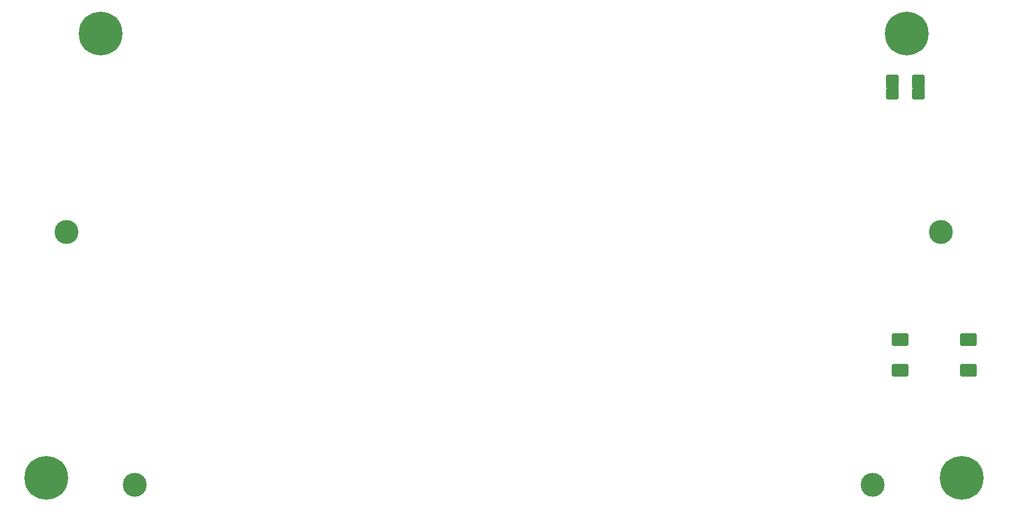
<source format=gbr>
G04 #@! TF.GenerationSoftware,KiCad,Pcbnew,5.1.9*
G04 #@! TF.CreationDate,2021-02-13T13:54:14+01:00*
G04 #@! TF.ProjectId,DVDLaserScanner,4456444c-6173-4657-9253-63616e6e6572,rev?*
G04 #@! TF.SameCoordinates,Original*
G04 #@! TF.FileFunction,Soldermask,Top*
G04 #@! TF.FilePolarity,Negative*
%FSLAX46Y46*%
G04 Gerber Fmt 4.6, Leading zero omitted, Abs format (unit mm)*
G04 Created by KiCad (PCBNEW 5.1.9) date 2021-02-13 13:54:14*
%MOMM*%
%LPD*%
G01*
G04 APERTURE LIST*
%ADD10C,3.500000*%
%ADD11C,6.400000*%
%ADD12C,0.100000*%
G04 APERTURE END LIST*
D10*
X149000000Y-111000000D03*
X41000000Y-111000000D03*
X159000000Y-74000000D03*
X31000000Y-74000000D03*
D11*
X28000000Y-110000000D03*
X154000000Y-45000000D03*
X162000000Y-110000000D03*
X36000000Y-45000000D03*
G36*
G01*
X150942000Y-52504300D02*
X150942000Y-51208900D01*
G75*
G02*
X151142000Y-51008900I200000J0D01*
G01*
X152642000Y-51008900D01*
G75*
G02*
X152842000Y-51208900I0J-200000D01*
G01*
X152842000Y-52504300D01*
G75*
G02*
X152642000Y-52704300I-200000J0D01*
G01*
X151142000Y-52704300D01*
G75*
G02*
X150942000Y-52504300I0J200000D01*
G01*
G37*
G36*
G01*
X150942000Y-54404300D02*
X150942000Y-53108900D01*
G75*
G02*
X151142000Y-52908900I200000J0D01*
G01*
X152642000Y-52908900D01*
G75*
G02*
X152842000Y-53108900I0J-200000D01*
G01*
X152842000Y-54404300D01*
G75*
G02*
X152642000Y-54604300I-200000J0D01*
G01*
X151142000Y-54604300D01*
G75*
G02*
X150942000Y-54404300I0J200000D01*
G01*
G37*
G36*
G01*
X154752000Y-52504300D02*
X154752000Y-51208900D01*
G75*
G02*
X154952000Y-51008900I200000J0D01*
G01*
X156452000Y-51008900D01*
G75*
G02*
X156652000Y-51208900I0J-200000D01*
G01*
X156652000Y-52504300D01*
G75*
G02*
X156452000Y-52704300I-200000J0D01*
G01*
X154952000Y-52704300D01*
G75*
G02*
X154752000Y-52504300I0J200000D01*
G01*
G37*
G36*
G01*
X154752000Y-54404300D02*
X154752000Y-53108900D01*
G75*
G02*
X154952000Y-52908900I200000J0D01*
G01*
X156452000Y-52908900D01*
G75*
G02*
X156652000Y-53108900I0J-200000D01*
G01*
X156652000Y-54404300D01*
G75*
G02*
X156452000Y-54604300I-200000J0D01*
G01*
X154952000Y-54604300D01*
G75*
G02*
X154752000Y-54404300I0J200000D01*
G01*
G37*
G36*
G01*
X161750000Y-90450000D02*
X161750000Y-89050000D01*
G75*
G02*
X161950000Y-88850000I200000J0D01*
G01*
X164050000Y-88850000D01*
G75*
G02*
X164250000Y-89050000I0J-200000D01*
G01*
X164250000Y-90450000D01*
G75*
G02*
X164050000Y-90650000I-200000J0D01*
G01*
X161950000Y-90650000D01*
G75*
G02*
X161750000Y-90450000I0J200000D01*
G01*
G37*
G36*
G01*
X161750000Y-94950000D02*
X161750000Y-93550000D01*
G75*
G02*
X161950000Y-93350000I200000J0D01*
G01*
X164050000Y-93350000D01*
G75*
G02*
X164250000Y-93550000I0J-200000D01*
G01*
X164250000Y-94950000D01*
G75*
G02*
X164050000Y-95150000I-200000J0D01*
G01*
X161950000Y-95150000D01*
G75*
G02*
X161750000Y-94950000I0J200000D01*
G01*
G37*
G36*
G01*
X151750000Y-90450000D02*
X151750000Y-89050000D01*
G75*
G02*
X151950000Y-88850000I200000J0D01*
G01*
X154050000Y-88850000D01*
G75*
G02*
X154250000Y-89050000I0J-200000D01*
G01*
X154250000Y-90450000D01*
G75*
G02*
X154050000Y-90650000I-200000J0D01*
G01*
X151950000Y-90650000D01*
G75*
G02*
X151750000Y-90450000I0J200000D01*
G01*
G37*
G36*
G01*
X151750000Y-94950000D02*
X151750000Y-93550000D01*
G75*
G02*
X151950000Y-93350000I200000J0D01*
G01*
X154050000Y-93350000D01*
G75*
G02*
X154250000Y-93550000I0J-200000D01*
G01*
X154250000Y-94950000D01*
G75*
G02*
X154050000Y-95150000I-200000J0D01*
G01*
X151950000Y-95150000D01*
G75*
G02*
X151750000Y-94950000I0J200000D01*
G01*
G37*
D12*
G36*
X152843732Y-52703300D02*
G01*
X152844000Y-52704300D01*
X152844000Y-52908900D01*
X152843000Y-52910632D01*
X152842000Y-52910900D01*
X150942000Y-52910900D01*
X150940268Y-52909900D01*
X150940000Y-52908900D01*
X150940000Y-52704300D01*
X150941000Y-52702568D01*
X150942000Y-52702300D01*
X152842000Y-52702300D01*
X152843732Y-52703300D01*
G37*
G36*
X156653732Y-52703300D02*
G01*
X156654000Y-52704300D01*
X156654000Y-52908900D01*
X156653000Y-52910632D01*
X156652000Y-52910900D01*
X154752000Y-52910900D01*
X154750268Y-52909900D01*
X154750000Y-52908900D01*
X154750000Y-52704300D01*
X154751000Y-52702568D01*
X154752000Y-52702300D01*
X156652000Y-52702300D01*
X156653732Y-52703300D01*
G37*
M02*

</source>
